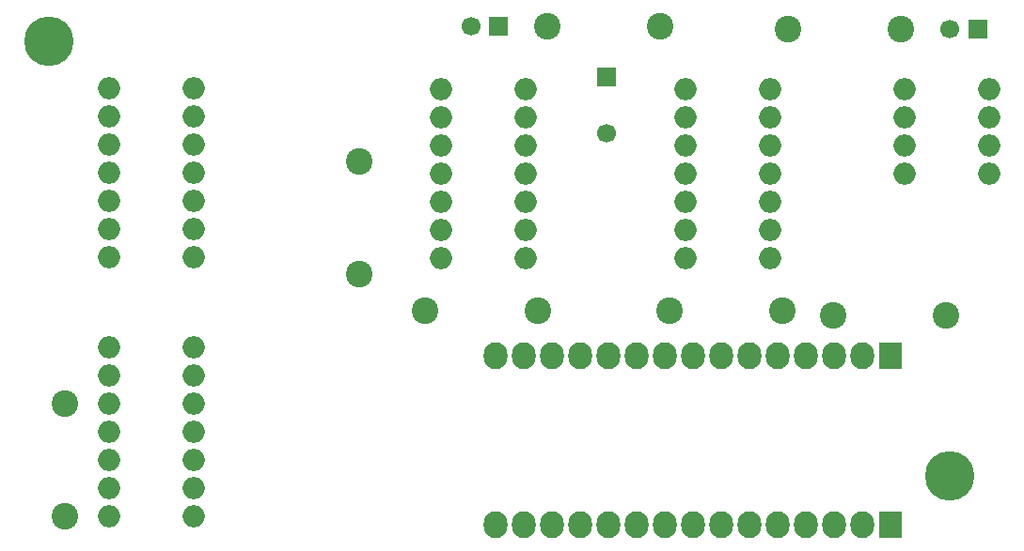
<source format=gts>
G04 #@! TF.FileFunction,Soldermask,Top*
%FSLAX46Y46*%
G04 Gerber Fmt 4.6, Leading zero omitted, Abs format (unit mm)*
G04 Created by KiCad (PCBNEW 4.0.1-stable) date Saturday, December 10, 2016 'PMt' 11:33:21 PM*
%MOMM*%
G01*
G04 APERTURE LIST*
%ADD10C,0.100000*%
%ADD11R,1.700000X1.700000*%
%ADD12C,1.700000*%
%ADD13R,2.127200X2.432000*%
%ADD14O,2.127200X2.432000*%
%ADD15C,2.398980*%
%ADD16O,2.000000X2.000000*%
%ADD17C,4.464000*%
G04 APERTURE END LIST*
D10*
D11*
X96266000Y-81360000D03*
D12*
X96266000Y-86360000D03*
D11*
X86574000Y-76708000D03*
D12*
X84074000Y-76708000D03*
D11*
X129714000Y-77000000D03*
D12*
X127214000Y-77000000D03*
D13*
X121820000Y-121674000D03*
D14*
X119280000Y-121674000D03*
X116740000Y-121674000D03*
X114200000Y-121674000D03*
X111660000Y-121674000D03*
X109120000Y-121674000D03*
X106580000Y-121674000D03*
X104040000Y-121674000D03*
X101500000Y-121674000D03*
X98960000Y-121674000D03*
X96420000Y-121674000D03*
X93880000Y-121674000D03*
X91340000Y-121674000D03*
X88800000Y-121674000D03*
X86260000Y-121674000D03*
D13*
X121820000Y-106434000D03*
D14*
X119280000Y-106434000D03*
X116740000Y-106434000D03*
X114200000Y-106434000D03*
X111660000Y-106434000D03*
X109120000Y-106434000D03*
X106580000Y-106434000D03*
X104040000Y-106434000D03*
X101500000Y-106434000D03*
X98960000Y-106434000D03*
X96420000Y-106434000D03*
X93880000Y-106434000D03*
X91340000Y-106434000D03*
X88800000Y-106434000D03*
X86260000Y-106434000D03*
D15*
X47498000Y-110824000D03*
X47498000Y-120984000D03*
X74000000Y-99080000D03*
X74000000Y-88920000D03*
X112080000Y-102362000D03*
X101920000Y-102362000D03*
X90080000Y-102362000D03*
X79920000Y-102362000D03*
X101092000Y-76708000D03*
X90932000Y-76708000D03*
X122794000Y-77000000D03*
X112634000Y-77000000D03*
D16*
X51500000Y-105684000D03*
X51500000Y-108224000D03*
X51500000Y-110764000D03*
X51500000Y-113304000D03*
X51500000Y-115844000D03*
X51500000Y-118384000D03*
X51500000Y-120924000D03*
X59120000Y-120924000D03*
X59120000Y-118384000D03*
X59120000Y-115844000D03*
X59120000Y-113304000D03*
X59120000Y-110764000D03*
X59120000Y-108224000D03*
X59120000Y-105684000D03*
X51480000Y-82300000D03*
X51480000Y-84840000D03*
X51480000Y-87380000D03*
X51480000Y-89920000D03*
X51480000Y-92460000D03*
X51480000Y-95000000D03*
X51480000Y-97540000D03*
X59100000Y-97540000D03*
X59100000Y-95000000D03*
X59100000Y-92460000D03*
X59100000Y-89920000D03*
X59100000Y-87380000D03*
X59100000Y-84840000D03*
X59100000Y-82300000D03*
X81380000Y-82380000D03*
X81380000Y-84920000D03*
X81380000Y-87460000D03*
X81380000Y-90000000D03*
X81380000Y-92540000D03*
X81380000Y-95080000D03*
X81380000Y-97620000D03*
X89000000Y-97620000D03*
X89000000Y-95080000D03*
X89000000Y-92540000D03*
X89000000Y-90000000D03*
X89000000Y-87460000D03*
X89000000Y-84920000D03*
X89000000Y-82380000D03*
X103380000Y-82380000D03*
X103380000Y-84920000D03*
X103380000Y-87460000D03*
X103380000Y-90000000D03*
X103380000Y-92540000D03*
X103380000Y-95080000D03*
X103380000Y-97620000D03*
X111000000Y-97620000D03*
X111000000Y-95080000D03*
X111000000Y-92540000D03*
X111000000Y-90000000D03*
X111000000Y-87460000D03*
X111000000Y-84920000D03*
X111000000Y-82380000D03*
X123094000Y-82460000D03*
X123094000Y-85000000D03*
X123094000Y-87540000D03*
X123094000Y-90080000D03*
X130714000Y-90080000D03*
X130714000Y-87540000D03*
X130714000Y-85000000D03*
X130714000Y-82460000D03*
D17*
X46100000Y-78100000D03*
X127200000Y-117300000D03*
D15*
X116720000Y-102800000D03*
X126880000Y-102800000D03*
M02*

</source>
